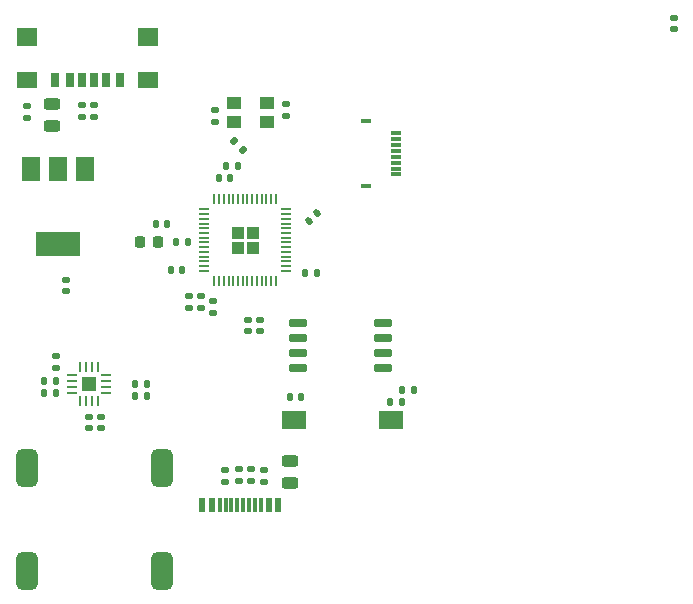
<source format=gtp>
%TF.GenerationSoftware,KiCad,Pcbnew,7.0.6*%
%TF.CreationDate,2024-10-04T02:05:28-04:00*%
%TF.ProjectId,Doom Keycap,446f6f6d-204b-4657-9963-61702e6b6963,REV1*%
%TF.SameCoordinates,Original*%
%TF.FileFunction,Paste,Top*%
%TF.FilePolarity,Positive*%
%FSLAX46Y46*%
G04 Gerber Fmt 4.6, Leading zero omitted, Abs format (unit mm)*
G04 Created by KiCad (PCBNEW 7.0.6) date 2024-10-04 02:05:28*
%MOMM*%
%LPD*%
G01*
G04 APERTURE LIST*
G04 Aperture macros list*
%AMRoundRect*
0 Rectangle with rounded corners*
0 $1 Rounding radius*
0 $2 $3 $4 $5 $6 $7 $8 $9 X,Y pos of 4 corners*
0 Add a 4 corners polygon primitive as box body*
4,1,4,$2,$3,$4,$5,$6,$7,$8,$9,$2,$3,0*
0 Add four circle primitives for the rounded corners*
1,1,$1+$1,$2,$3*
1,1,$1+$1,$4,$5*
1,1,$1+$1,$6,$7*
1,1,$1+$1,$8,$9*
0 Add four rect primitives between the rounded corners*
20,1,$1+$1,$2,$3,$4,$5,0*
20,1,$1+$1,$4,$5,$6,$7,0*
20,1,$1+$1,$6,$7,$8,$9,0*
20,1,$1+$1,$8,$9,$2,$3,0*%
G04 Aperture macros list end*
%ADD10R,0.812800X0.406400*%
%ADD11R,0.812800X0.304800*%
%ADD12RoundRect,0.140000X-0.170000X0.140000X-0.170000X-0.140000X0.170000X-0.140000X0.170000X0.140000X0*%
%ADD13R,0.600000X1.150000*%
%ADD14R,0.300000X1.150000*%
%ADD15RoundRect,0.147500X-0.172500X0.147500X-0.172500X-0.147500X0.172500X-0.147500X0.172500X0.147500X0*%
%ADD16RoundRect,0.147500X0.147500X0.172500X-0.147500X0.172500X-0.147500X-0.172500X0.147500X-0.172500X0*%
%ADD17RoundRect,0.135000X0.135000X0.185000X-0.135000X0.185000X-0.135000X-0.185000X0.135000X-0.185000X0*%
%ADD18R,1.500000X2.000000*%
%ADD19R,3.800000X2.000000*%
%ADD20RoundRect,0.150000X0.650000X0.150000X-0.650000X0.150000X-0.650000X-0.150000X0.650000X-0.150000X0*%
%ADD21RoundRect,0.147500X0.172500X-0.147500X0.172500X0.147500X-0.172500X0.147500X-0.172500X-0.147500X0*%
%ADD22RoundRect,0.135000X0.185000X-0.135000X0.185000X0.135000X-0.185000X0.135000X-0.185000X-0.135000X0*%
%ADD23RoundRect,0.140000X0.170000X-0.140000X0.170000X0.140000X-0.170000X0.140000X-0.170000X-0.140000X0*%
%ADD24RoundRect,0.250000X0.292217X0.292217X-0.292217X0.292217X-0.292217X-0.292217X0.292217X-0.292217X0*%
%ADD25RoundRect,0.050000X0.387500X0.050000X-0.387500X0.050000X-0.387500X-0.050000X0.387500X-0.050000X0*%
%ADD26RoundRect,0.050000X0.050000X0.387500X-0.050000X0.387500X-0.050000X-0.387500X0.050000X-0.387500X0*%
%ADD27RoundRect,0.135000X0.226274X0.035355X0.035355X0.226274X-0.226274X-0.035355X-0.035355X-0.226274X0*%
%ADD28R,1.244600X0.990600*%
%ADD29RoundRect,0.140000X0.021213X-0.219203X0.219203X-0.021213X-0.021213X0.219203X-0.219203X0.021213X0*%
%ADD30RoundRect,0.243750X0.456250X-0.243750X0.456250X0.243750X-0.456250X0.243750X-0.456250X-0.243750X0*%
%ADD31RoundRect,0.135000X-0.185000X0.135000X-0.185000X-0.135000X0.185000X-0.135000X0.185000X0.135000X0*%
%ADD32R,2.000000X1.500000*%
%ADD33RoundRect,0.140000X-0.140000X-0.170000X0.140000X-0.170000X0.140000X0.170000X-0.140000X0.170000X0*%
%ADD34RoundRect,0.135000X-0.135000X-0.185000X0.135000X-0.185000X0.135000X0.185000X-0.135000X0.185000X0*%
%ADD35R,0.812800X0.254000*%
%ADD36R,0.254000X0.812800*%
%ADD37R,1.244600X1.244600*%
%ADD38RoundRect,0.140000X0.140000X0.170000X-0.140000X0.170000X-0.140000X-0.170000X0.140000X-0.170000X0*%
%ADD39RoundRect,0.450000X-0.450000X-1.150000X0.450000X-1.150000X0.450000X1.150000X-0.450000X1.150000X0*%
%ADD40RoundRect,0.450000X0.450000X1.150000X-0.450000X1.150000X-0.450000X-1.150000X0.450000X-1.150000X0*%
%ADD41R,0.700000X1.200000*%
%ADD42R,0.760000X1.200000*%
%ADD43R,0.800000X1.200000*%
%ADD44R,1.800000X1.350000*%
%ADD45R,1.800000X1.500000*%
%ADD46RoundRect,0.218750X-0.218750X-0.256250X0.218750X-0.256250X0.218750X0.256250X-0.218750X0.256250X0*%
G04 APERTURE END LIST*
D10*
X130200000Y-110725000D03*
X130200000Y-116225000D03*
D11*
X132700000Y-115224999D03*
X132700000Y-114725000D03*
X132700000Y-114225001D03*
X132700000Y-113725000D03*
X132700000Y-113225000D03*
X132700000Y-112724999D03*
X132700000Y-112225000D03*
X132700000Y-111725001D03*
D12*
X104800000Y-124145000D03*
X104800000Y-125105000D03*
D13*
X116320000Y-143195000D03*
X117120000Y-143195000D03*
D14*
X118270000Y-143195000D03*
X119270000Y-143195000D03*
X119770000Y-143195000D03*
X120770000Y-143195000D03*
D13*
X122720000Y-143195000D03*
X121920000Y-143195000D03*
D14*
X121270000Y-143195000D03*
X120270000Y-143195000D03*
X118770000Y-143195000D03*
X117770000Y-143195000D03*
D15*
X116200000Y-125545150D03*
X116200000Y-126515150D03*
X117200000Y-125945150D03*
X117200000Y-126915150D03*
D16*
X124700000Y-134030150D03*
X123730000Y-134030150D03*
D17*
X134210000Y-133480150D03*
X133190000Y-133480150D03*
D18*
X106400000Y-114800000D03*
X104100000Y-114800000D03*
D19*
X104100000Y-121100000D03*
D18*
X101800000Y-114800000D03*
D20*
X131605752Y-131585150D03*
X131605752Y-130315150D03*
X131605752Y-129045150D03*
X131605752Y-127775150D03*
X124405752Y-127775150D03*
X124405752Y-129045150D03*
X124405752Y-130315150D03*
X124405752Y-131585150D03*
D21*
X117359406Y-110743350D03*
X117359406Y-109773350D03*
D17*
X133200000Y-134530150D03*
X132180000Y-134530150D03*
D22*
X120440000Y-141185000D03*
X120440000Y-140165000D03*
D15*
X121200000Y-127545150D03*
X121200000Y-128515150D03*
D23*
X101500000Y-110405000D03*
X101500000Y-109445000D03*
D24*
X120562500Y-121417650D03*
X120562500Y-120142650D03*
X119287500Y-121417650D03*
X119287500Y-120142650D03*
D25*
X123362500Y-123380150D03*
X123362500Y-122980150D03*
X123362500Y-122580150D03*
X123362500Y-122180150D03*
X123362500Y-121780150D03*
X123362500Y-121380150D03*
X123362500Y-120980150D03*
X123362500Y-120580150D03*
X123362500Y-120180150D03*
X123362500Y-119780150D03*
X123362500Y-119380150D03*
X123362500Y-118980150D03*
X123362500Y-118580150D03*
X123362500Y-118180150D03*
D26*
X122525000Y-117342650D03*
X122125000Y-117342650D03*
X121725000Y-117342650D03*
X121325000Y-117342650D03*
X120925000Y-117342650D03*
X120525000Y-117342650D03*
X120125000Y-117342650D03*
X119725000Y-117342650D03*
X119325000Y-117342650D03*
X118925000Y-117342650D03*
X118525000Y-117342650D03*
X118125000Y-117342650D03*
X117725000Y-117342650D03*
X117325000Y-117342650D03*
D25*
X116487500Y-118180150D03*
X116487500Y-118580150D03*
X116487500Y-118980150D03*
X116487500Y-119380150D03*
X116487500Y-119780150D03*
X116487500Y-120180150D03*
X116487500Y-120580150D03*
X116487500Y-120980150D03*
X116487500Y-121380150D03*
X116487500Y-121780150D03*
X116487500Y-122180150D03*
X116487500Y-122580150D03*
X116487500Y-122980150D03*
X116487500Y-123380150D03*
D26*
X117325000Y-124217650D03*
X117725000Y-124217650D03*
X118125000Y-124217650D03*
X118525000Y-124217650D03*
X118925000Y-124217650D03*
X119325000Y-124217650D03*
X119725000Y-124217650D03*
X120125000Y-124217650D03*
X120525000Y-124217650D03*
X120925000Y-124217650D03*
X121325000Y-124217650D03*
X121725000Y-124217650D03*
X122125000Y-124217650D03*
X122525000Y-124217650D03*
D15*
X123359406Y-109273350D03*
X123359406Y-110243350D03*
D22*
X119440000Y-141185000D03*
X119440000Y-140165000D03*
D16*
X118685000Y-115499916D03*
X117715000Y-115499916D03*
D27*
X119720030Y-113118974D03*
X118998782Y-112397726D03*
D28*
X121743706Y-109208350D03*
X118975106Y-110808350D03*
X121743706Y-110808350D03*
X118975106Y-109208350D03*
D23*
X156200000Y-102930000D03*
X156200000Y-101970000D03*
D29*
X125360589Y-119128822D03*
X126039411Y-118450000D03*
D30*
X103600000Y-111162500D03*
X103600000Y-109287500D03*
D31*
X107125000Y-109365000D03*
X107125000Y-110385000D03*
D12*
X107700000Y-135770000D03*
X107700000Y-136730000D03*
D31*
X121500000Y-140215000D03*
X121500000Y-141235000D03*
X103900000Y-130615000D03*
X103900000Y-131635000D03*
D32*
X124100000Y-136030150D03*
X132300000Y-136030150D03*
D30*
X123700000Y-141325000D03*
X123700000Y-139450000D03*
D33*
X110620000Y-132950000D03*
X111580000Y-132950000D03*
D12*
X106700000Y-135770000D03*
X106700000Y-136730000D03*
D31*
X106125000Y-109365000D03*
X106125000Y-110385000D03*
D34*
X102890000Y-133725000D03*
X103910000Y-133725000D03*
D33*
X125020000Y-123530150D03*
X125980000Y-123530150D03*
D35*
X105269400Y-132224999D03*
X105269400Y-132725000D03*
X105269400Y-133225000D03*
X105269400Y-133725001D03*
D36*
X105967199Y-134422800D03*
X106467200Y-134422800D03*
X106967200Y-134422800D03*
X107467201Y-134422800D03*
D35*
X108165000Y-133725001D03*
X108165000Y-133225000D03*
X108165000Y-132725000D03*
X108165000Y-132224999D03*
D36*
X107467201Y-131527200D03*
X106967200Y-131527200D03*
X106467200Y-131527200D03*
X105967199Y-131527200D03*
D37*
X106717200Y-132975000D03*
D38*
X114600000Y-123330150D03*
X113640000Y-123330150D03*
D39*
X101500000Y-140075000D03*
D40*
X112900000Y-148775000D03*
D39*
X101500000Y-148775000D03*
D40*
X112900000Y-140075000D03*
D41*
X107100000Y-107257500D03*
D42*
X105080000Y-107257500D03*
D43*
X103850000Y-107257500D03*
D41*
X106100000Y-107257500D03*
D42*
X108120000Y-107257500D03*
D43*
X109350000Y-107257500D03*
D44*
X111725000Y-107202500D03*
D45*
X111725000Y-103622500D03*
D44*
X101475000Y-107202500D03*
D45*
X101475000Y-103622500D03*
D12*
X115200000Y-125550150D03*
X115200000Y-126510150D03*
D34*
X114090000Y-120930150D03*
X115110000Y-120930150D03*
D46*
X111012500Y-120930150D03*
X112587500Y-120930150D03*
D33*
X110620000Y-133950000D03*
X111580000Y-133950000D03*
D31*
X118240000Y-140240000D03*
X118240000Y-141260000D03*
D12*
X120200000Y-127550150D03*
X120200000Y-128510150D03*
D38*
X119305752Y-114470150D03*
X118345752Y-114470150D03*
X113350000Y-119430150D03*
X112390000Y-119430150D03*
D34*
X102890000Y-132725000D03*
X103910000Y-132725000D03*
M02*

</source>
